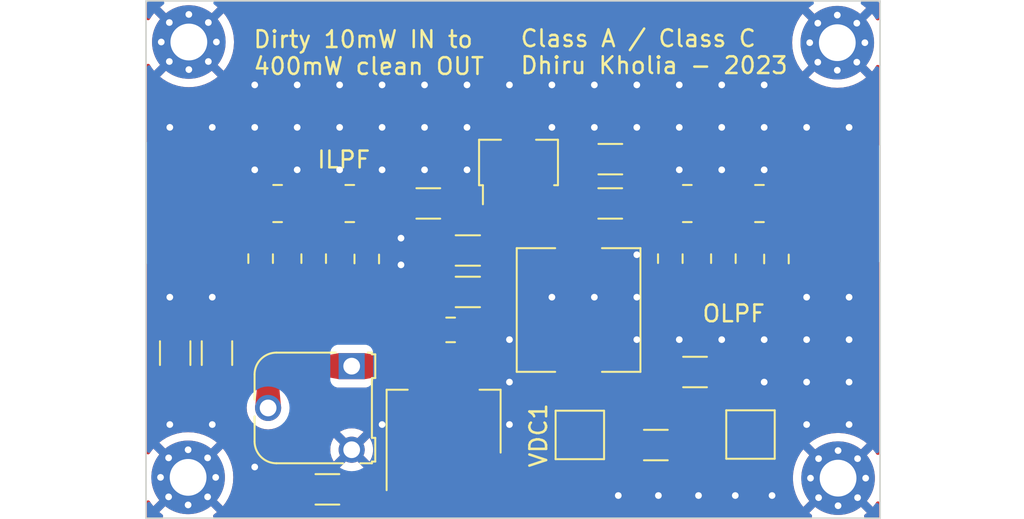
<source format=kicad_pcb>
(kicad_pcb (version 20221018) (generator pcbnew)
  (layers (0 "F.Cu" signal) (31 "B.Cu" signal) (34 "B.Paste" user) (35 "F.Paste" user) (36 "B.SilkS" user "B.Silkscreen") (37 "F.SilkS" user "F.Silkscreen") (38 "B.Mask" user) (39 "F.Mask" user) (44 "Edge.Cuts" user))
  (net 0 "")
  (net 1 "GND")
  (net 2 "Net-(SMA1-In)")
  (net 3 "Net-(C3-Pad1)")
  (net 4 "BIAS")
  (net 5 "Net-(Q1-D)")
  (net 6 "Net-(C8-Pad1)")
  (net 7 "+12V")
  (net 8 "Net-(SMA2-In)")
  (net 9 "Net-(C2-Pad1)")
  (net 10 "Net-(C6-Pad1)")
  (net 11 "+5V")
  (net 12 "Net-(C14-Pad2)")
  (footprint "Potentiometer_THT:Potentiometer_Runtron_RM-065_Vertical" (layer "F.Cu") (at 97.65 112.86 -90)
    (fp_text reference "RV1" hide)
    (fp_text value "10k" hide)
    (fp_line (start -0.81 -1.21) (end -0.81 -0.96) (stroke (width 0.12)) (layer "F.SilkS"))
    (fp_line (start -0.81 4.5) (end -0.81 0.96) (stroke (width 0.12)) (layer "F.SilkS"))
    (fp_line (start -0.71 -1.41) (end -0.71 -1.21) (stroke (width 0.12)) (layer "F.SilkS"))
    (fp_line (start -0.71 -1.41) (end 0.71 -1.41) (stroke (width 0.12)) (layer "F.SilkS"))
    (fp_line (start -0.71 -1.21) (end -0.81 -1.21) (stroke (width 0.12)) (layer "F.SilkS"))
    (fp_line (start 0.71 -1.21) (end 0.71 -1.41) (stroke (width 0.12)) (layer "F.SilkS"))
    (fp_line (start 0.71 -1.21) (end 4.29 -1.21) (stroke (width 0.12)) (layer "F.SilkS"))
    (fp_line (start 1.99 5.81) (end 0.5 5.81) (stroke (width 0.12)) (layer "F.SilkS"))
    (fp_line (start 4.29 -1.41) (end 5.71 -1.41) (stroke (width 0.12)) (layer "F.SilkS"))
    (fp_line (start 4.29 -1.21) (end 4.29 -1.41) (stroke (width 0.12)) (layer "F.SilkS"))
    (fp_line (start 4.5 5.81) (end 3.01 5.81) (stroke (width 0.12)) (layer "F.SilkS"))
    (fp_line (start 5.71 -1.41) (end 5.71 -1.21) (stroke (width 0.12)) (layer "F.SilkS"))
    (fp_line (start 5.71 -1.21) (end 5.81 -1.21) (stroke (width 0.12)) (layer "F.SilkS"))
    (fp_line (start 5.81 -1.21) (end 5.81 -0.52) (stroke (width 0.12)) (layer "F.SilkS"))
    (fp_line (start 5.81 0.52) (end 5.81 4.5) (stroke (width 0.12)) (layer "F.SilkS"))
    (fp_arc (start 0.5 5.81) (mid -0.42631 5.42631) (end -0.81 4.5) (stroke (width 0.12)) (layer "F.SilkS"))
    (fp_arc (start 5.81 4.5) (mid 5.42631 5.42631) (end 4.5 5.81) (stroke (width 0.12)) (layer "F.SilkS"))
    (pad "1" thru_hole rect (at 0 0 270) (size 1.56 1.56) (drill 1) (layers "*.Cu" "*.Mask") (net 11 "+5V"))
    (pad "2" thru_hole circle (at 2.5 5 270) (size 1.56 1.56) (drill 1) (layers "*.Cu" "*.Mask") (net 12 "Net-(C14-Pad2)"))
    (pad "3" thru_hole circle (at 5 0 270) (size 1.56 1.56) (drill 1) (layers "*.Cu" "*.Mask") (net 1 "GND"))
  )
  (footprint "Capacitor_SMD:C_0805_2012Metric_Pad1.18x1.45mm_HandSolder" (layer "F.Cu") (at 116.713 106.426 -90)
    (fp_text reference "C7" hide)
    (fp_text value "120p" hide)
    (fp_line (start -0.261252 -0.735) (end 0.261252 -0.735) (stroke (width 0.12)) (layer "F.SilkS"))
    (fp_line (start -0.261252 0.735) (end 0.261252 0.735) (stroke (width 0.12)) (layer "F.SilkS"))
    (pad "1" smd roundrect (at -1.0375 0 270) (size 1.175 1.45) (layers "F.Cu" "F.Paste" "F.Mask") (roundrect_rratio 0.2127659574) (net 10 "Net-(C6-Pad1)"))
    (pad "2" smd roundrect (at 1.0375 0 270) (size 1.175 1.45) (layers "F.Cu" "F.Paste" "F.Mask") (roundrect_rratio 0.2127659574) (net 1 "GND"))
  )
  (footprint "Resistor_SMD:R_1206_3216Metric_Pad1.30x1.75mm_HandSolder" (layer "F.Cu") (at 104.6 105.94 180)
    (fp_text reference "R1" hide)
    (fp_text value "1M" hide)
    (fp_line (start -0.727064 -0.91) (end 0.727064 -0.91) (stroke (width 0.12)) (layer "F.SilkS"))
    (fp_line (start -0.727064 0.91) (end 0.727064 0.91) (stroke (width 0.12)) (layer "F.SilkS"))
    (pad "1" smd roundrect (at -1.55 0 180) (size 1.3 1.75) (layers "F.Cu" "F.Paste" "F.Mask") (roundrect_rratio 0.1923076923) (net 4 "BIAS"))
    (pad "2" smd roundrect (at 1.55 0 180) (size 1.3 1.75) (layers "F.Cu" "F.Paste" "F.Mask") (roundrect_rratio 0.1923076923) (net 1 "GND"))
  )
  (footprint "Inductor_SMD:L_1008_2520Metric_Pad1.43x2.20mm_HandSolder" (layer "F.Cu") (at 97.536 103.13)
    (fp_text reference "L2" hide)
    (fp_text value "360n" hide)
    (fp_line (start -0.261252 -1.11) (end 0.261252 -1.11) (stroke (width 0.12)) (layer "F.SilkS"))
    (fp_line (start -0.261252 1.11) (end 0.261252 1.11) (stroke (width 0.12)) (layer "F.SilkS"))
    (pad "1" smd roundrect (at -1.1625 0) (size 1.425 2.2) (layers "F.Cu" "F.Paste" "F.Mask") (roundrect_rratio 0.1754392982) (net 9 "Net-(C2-Pad1)"))
    (pad "2" smd roundrect (at 1.1625 0) (size 1.425 2.2) (layers "F.Cu" "F.Paste" "F.Mask") (roundrect_rratio 0.1754392982) (net 3 "Net-(C3-Pad1)"))
  )
  (footprint "Inductor_SMD:L_1008_2520Metric_Pad1.43x2.20mm_HandSolder" (layer "F.Cu") (at 117.729 103.13)
    (fp_text reference "L4" hide)
    (fp_text value "360n" hide)
    (fp_line (start -0.261252 -1.11) (end 0.261252 -1.11) (stroke (width 0.12)) (layer "F.SilkS"))
    (fp_line (start -0.261252 1.11) (end 0.261252 1.11) (stroke (width 0.12)) (layer "F.SilkS"))
    (pad "1" smd roundrect (at -1.1625 0) (size 1.425 2.2) (layers "F.Cu" "F.Paste" "F.Mask") (roundrect_rratio 0.1754392982) (net 10 "Net-(C6-Pad1)"))
    (pad "2" smd roundrect (at 1.1625 0) (size 1.425 2.2) (layers "F.Cu" "F.Paste" "F.Mask") (roundrect_rratio 0.1754392982) (net 6 "Net-(C8-Pad1)"))
  )
  (footprint "TestPoint:TestPoint_Pad_2.5x2.5mm" (layer "F.Cu") (at 111.3 116.975)
    (fp_text reference "VDC1" (at -2.475 0.025 90) (layer "F.SilkS"))
    (fp_text value "Conn_01x01" hide)
    (fp_line (start -1.45 -1.45) (end 1.45 -1.45) (stroke (width 0.12)) (layer "F.SilkS"))
    (fp_line (start -1.45 1.45) (end -1.45 -1.45) (stroke (width 0.12)) (layer "F.SilkS"))
    (fp_line (start 1.45 -1.45) (end 1.45 1.45) (stroke (width 0.12)) (layer "F.SilkS"))
    (fp_line (start 1.45 1.45) (end -1.45 1.45) (stroke (width 0.12)) (layer "F.SilkS"))
    (pad "1" smd rect (at 0 0) (size 2.5 2.5) (layers "F.Cu" "F.Mask") (net 7 "+12V"))
  )
  (footprint "Capacitor_SMD:C_0805_2012Metric_Pad1.18x1.45mm_HandSolder" (layer "F.Cu") (at 92.202 106.426 -90)
    (fp_text reference "C1" hide)
    (fp_text value "120p" hide)
    (fp_line (start -0.261252 -0.735) (end 0.261252 -0.735) (stroke (width 0.12)) (layer "F.SilkS"))
    (fp_line (start -0.261252 0.735) (end 0.261252 0.735) (stroke (width 0.12)) (layer "F.SilkS"))
    (pad "1" smd roundrect (at -1.0375 0 270) (size 1.175 1.45) (layers "F.Cu" "F.Paste" "F.Mask") (roundrect_rratio 0.2127659574) (net 2 "Net-(SMA1-In)"))
    (pad "2" smd roundrect (at 1.0375 0 270) (size 1.175 1.45) (layers "F.Cu" "F.Paste" "F.Mask") (roundrect_rratio 0.2127659574) (net 1 "GND"))
  )
  (footprint "Inductor_SMD:L_7.3x7.3_H3.5" (layer "F.Cu") (at 111.225 109.5 90)
    (fp_text reference "L3" hide)
    (fp_text value "3.3uH" hide)
    (fp_line (start -3.7 -3.7) (end 3.7 -3.7) (stroke (width 0.12)) (layer "F.SilkS"))
    (fp_line (start -3.7 -1.4) (end -3.7 -3.7) (stroke (width 0.12)) (layer "F.SilkS"))
    (fp_line (start -3.7 3.7) (end -3.7 1.4) (stroke (width 0.12)) (layer "F.SilkS"))
    (fp_line (start 3.7 -3.7) (end 3.7 -1.4) (stroke (width 0.12)) (layer "F.SilkS"))
    (fp_line (start 3.7 1.4) (end 3.7 3.7) (stroke (width 0.12)) (layer "F.SilkS"))
    (fp_line (start 3.7 3.7) (end -3.7 3.7) (stroke (width 0.12)) (layer "F.SilkS"))
    (pad "1" smd rect (at -3.2 0 90) (size 1.5 2.2) (layers "F.Cu" "F.Paste" "F.Mask") (net 7 "+12V"))
    (pad "2" smd rect (at 3.2 0 90) (size 1.5 2.2) (layers "F.Cu" "F.Paste" "F.Mask") (net 5 "Net-(Q1-D)"))
  )
  (footprint "Resistor_SMD:R_1206_3216Metric_Pad1.30x1.75mm_HandSolder" (layer "F.Cu") (at 104.6 108.42)
    (fp_text reference "R2" hide)
    (fp_text value "10k" hide)
    (fp_line (start -0.727064 -0.91) (end 0.727064 -0.91) (stroke (width 0.12)) (layer "F.SilkS"))
    (fp_line (start -0.727064 0.91) (end 0.727064 0.91) (stroke (width 0.12)) (layer "F.SilkS"))
    (pad "1" smd roundrect (at -1.55 0) (size 1.3 1.75) (layers "F.Cu" "F.Paste" "F.Mask") (roundrect_rratio 0.1923076923) (net 12 "Net-(C14-Pad2)"))
    (pad "2" smd roundrect (at 1.55 0) (size 1.3 1.75) (layers "F.Cu" "F.Paste" "F.Mask") (roundrect_rratio 0.1923076923) (net 4 "BIAS"))
  )
  (footprint "Capacitor_SMD:C_1206_3216Metric_Pad1.33x1.80mm_HandSolder" (layer "F.Cu") (at 87.09 112.08 90)
    (fp_text reference "C15" hide)
    (fp_text value "100nF" hide)
    (fp_line (start -0.711252 -0.91) (end 0.711252 -0.91) (stroke (width 0.12)) (layer "F.SilkS"))
    (fp_line (start -0.711252 0.91) (end 0.711252 0.91) (stroke (width 0.12)) (layer "F.SilkS"))
    (pad "1" smd roundrect (at -1.5625 0 90) (size 1.325 1.8) (layers "F.Cu" "F.Paste" "F.Mask") (roundrect_rratio 0.1886792453) (net 1 "GND"))
    (pad "2" smd roundrect (at 1.5625 0 90) (size 1.325 1.8) (layers "F.Cu" "F.Paste" "F.Mask") (roundrect_rratio 0.1886792453) (net 12 "Net-(C14-Pad2)"))
  )
  (footprint "Package_TO_SOT_SMD:SOT-223-3_TabPin2" (layer "F.Cu") (at 103.15 116.18 90)
    (fp_text reference "U1" hide)
    (fp_text value "NCP1117ST50T3G" hide)
    (fp_line (start -4.1 -3.41) (end 1.91 -3.41) (stroke (width 0.12)) (layer "F.SilkS"))
    (fp_line (start -1.85 3.41) (end 1.91 3.41) (stroke (width 0.12)) (layer "F.SilkS"))
    (fp_line (start 1.91 -3.41) (end 1.91 -2.15) (stroke (width 0.12)) (layer "F.SilkS"))
    (fp_line (start 1.91 3.41) (end 1.91 2.15) (stroke (width 0.12)) (layer "F.SilkS"))
    (pad "1" smd rect (at -3.15 -2.3 90) (size 2 1.5) (layers "F.Cu" "F.Paste" "F.Mask") (net 1 "GND"))
    (pad "2" smd rect (at -3.15 0 90) (size 2 1.5) (layers "F.Cu" "F.Paste" "F.Mask") (net 11 "+5V"))
    (pad "2" smd rect (at 3.15 0 90) (size 2 3.8) (layers "F.Cu" "F.Paste" "F.Mask") (net 11 "+5V"))
    (pad "3" smd rect (at -3.15 2.3 90) (size 2 1.5) (layers "F.Cu" "F.Paste" "F.Mask") (net 7 "+12V"))
  )
  (footprint "Capacitor_SMD:C_1206_3216Metric_Pad1.33x1.80mm_HandSolder" (layer "F.Cu") (at 102.235 103.124)
    (fp_text reference "C4" hide)
    (fp_text value "10n" hide)
    (fp_line (start -0.711252 -0.91) (end 0.711252 -0.91) (stroke (width 0.12)) (layer "F.SilkS"))
    (fp_line (start -0.711252 0.91) (end 0.711252 0.91) (stroke (width 0.12)) (layer "F.SilkS"))
    (pad "1" smd roundrect (at -1.5625 0) (size 1.325 1.8) (layers "F.Cu" "F.Paste" "F.Mask") (roundrect_rratio 0.1886792453) (net 3 "Net-(C3-Pad1)"))
    (pad "2" smd roundrect (at 1.5625 0) (size 1.325 1.8) (layers "F.Cu" "F.Paste" "F.Mask") (roundrect_rratio 0.1886792453) (net 4 "BIAS"))
  )
  (footprint "footprints:SMA_EDGELAUNCH_Modded" (layer "F.Cu") (at 128.5748 103.1494 180)
    (fp_text reference "SMA2" hide)
    (fp_text value "SMA")
    (pad "1" smd rect (at 2.032 0 270) (size 1.27 4.064) (layers "F.Cu" "F.Mask") (net 8 "Net-(SMA2-In)"))
    (pad "2" smd rect (at 2.032 -2.54 270) (size 1.524 4.064) (layers "F.Cu" "F.Mask") (net 1 "GND"))
    (pad "2" smd rect (at 2.032 2.54 270) (size 1.524 4.064) (layers "F.Cu" "F.Mask") (net 1 "GND"))
  )
  (footprint "footprints:SMA_EDGELAUNCH_Modded" (layer "F.Cu") (at 85.918 103.09)
    (fp_text reference "SMA1" hide)
    (fp_text value "SMA")
    (pad "1" smd rect (at 2.032 0 90) (size 1.27 4.064) (layers "F.Cu" "F.Mask") (net 2 "Net-(SMA1-In)"))
    (pad "2" smd rect (at 2.032 -2.54 90) (size 1.524 4.064) (layers "F.Cu" "F.Mask") (net 1 "GND"))
    (pad "2" smd rect (at 2.032 2.54 90) (size 1.524 4.064) (layers "F.Cu" "F.Mask") (net 1 "GND"))
  )
  (footprint "Capacitor_SMD:C_0805_2012Metric_Pad1.18x1.45mm_HandSolder" (layer "F.Cu") (at 98.552 106.4475 -90)
    (fp_text reference "C3" hide)
    (fp_text value "120p" hide)
    (fp_line (start -0.261252 -0.735) (end 0.261252 -0.735) (stroke (width 0.12)) (layer "F.SilkS"))
    (fp_line (start -0.261252 0.735) (end 0.261252 0.735) (stroke (width 0.12)) (layer "F.SilkS"))
    (pad "1" smd roundrect (at -1.0375 0 270) (size 1.175 1.45) (layers "F.Cu" "F.Paste" "F.Mask") (roundrect_rratio 0.2127659574) (net 3 "Net-(C3-Pad1)"))
    (pad "2" smd roundrect (at 1.0375 0 270) (size 1.175 1.45) (layers "F.Cu" "F.Paste" "F.Mask") (roundrect_rratio 0.2127659574) (net 1 "GND"))
  )
  (footprint "Capacitor_SMD:C_1206_3216Metric_Pad1.33x1.80mm_HandSolder" (layer "F.Cu") (at 96.1975 120.23)
    (fp_text reference "C10" hide)
    (fp_text value "10uF/16V" hide)
    (fp_line (start -0.711252 -0.91) (end 0.711252 -0.91) (stroke (width 0.12)) (layer "F.SilkS"))
    (fp_line (start -0.711252 0.91) (end 0.711252 0.91) (stroke (width 0.12)) (layer "F.SilkS"))
    (pad "1" smd roundrect (at -1.5625 0) (size 1.325 1.8) (layers "F.Cu" "F.Paste" "F.Mask") (roundrect_rratio 0.1886792453) (net 11 "+5V"))
    (pad "2" smd roundrect (at 1.5625 0) (size 1.325 1.8) (layers "F.Cu" "F.Paste" "F.Mask") (roundrect_rratio 0.1886792453) (net 1 "GND"))
  )
  (footprint "Capacitor_SMD:C_0805_2012Metric_Pad1.18x1.45mm_HandSolder" (layer "F.Cu") (at 103.57 110.69)
    (fp_text reference "C11" hide)
    (fp_text value "100nF" hide)
    (fp_line (start -0.261252 -0.735) (end 0.261252 -0.735) (stroke (width 0.12)) (layer "F.SilkS"))
    (fp_line (start -0.261252 0.735) (end 0.261252 0.735) (stroke (width 0.12)) (layer "F.SilkS"))
    (pad "1" smd roundrect (at -1.0375 0) (size 1.175 1.45) (layers "F.Cu" "F.Paste" "F.Mask") (roundrect_rratio 0.2127659574) (net 11 "+5V"))
    (pad "2" smd roundrect (at 1.0375 0) (size 1.175 1.45) (layers "F.Cu" "F.Paste" "F.Mask") (roundrect_rratio 0.2127659574) (net 1 "GND"))
  )
  (footprint "Capacitor_SMD:C_0805_2012Metric_Pad1.18x1.45mm_HandSolder" (layer "F.Cu") (at 119.888 106.426 -90)
    (fp_text reference "C8" hide)
    (fp_text value "200p" hide)
    (fp_line (start -0.261252 -0.735) (end 0.261252 -0.735) (stroke (width 0.12)) (layer "F.SilkS"))
    (fp_line (start -0.261252 0.735) (end 0.261252 0.735) (stroke (width 0.12)) (layer "F.SilkS"))
    (pad "1" smd roundrect (at -1.0375 0 270) (size 1.175 1.45) (layers "F.Cu" "F.Paste" "F.Mask") (roundrect_rratio 0.2127659574) (net 6 "Net-(C8-Pad1)"))
    (pad "2" smd roundrect (at 1.0375 0 270) (size 1.175 1.45) (layers "F.Cu" "F.Paste" "F.Mask") (roundrect_rratio 0.2127659574) (net 1 "GND"))
  )
  (footprint "MountingHole:MountingHole_2.2mm_M2_Pad_Via" (layer "F.Cu") (at 87.906726 93.466726)
    (fp_text reference "H1" hide)
    (fp_text value "MountingHole_Pad" hide)
    (pad "1" thru_hole circle (at -1.65 0) (size 0.7 0.7) (drill 0.4) (layers "*.Cu" "*.Mask") (net 1 "GND"))
    (pad "1" thru_hole circle (at -1.166726 -1.166726) (size 0.7 0.7) (drill 0.4) (layers "*.Cu" "*.Mask") (net 1 "GND"))
    (pad "1" thru_hole circle (at -1.166726 1.166726) (size 0.7 0.7) (drill 0.4) (layers "*.Cu" "*.Mask") (net 1 "GND"))
    (pad "1" thru_hole circle (at 0 -1.65) (size 0.7 0.7) (drill 0.4) (layers "*.Cu" "*.Mask") (net 1 "GND"))
    (pad "1" thru_hole circle (at 0 0) (size 4.4 4.4) (drill 2.2) (layers "*.Cu" "*.Mask") (net 1 "GND"))
    (pad "1" thru_hole circle (at 0 1.65) (size 0.7 0.7) (drill 0.4) (layers "*.Cu" "*.Mask") (net 1 "GND"))
    (pad "1" thru_hole circle (at 1.166726 -1.166726) (size 0.7 0.7) (drill 0.4) (layers "*.Cu" "*.Mask") (net 1 "GND"))
    (pad "1" thru_hole circle (at 1.166726 1.166726) (size 0.7 0.7) (drill 0.4) (layers "*.Cu" "*.Mask") (net 1 "GND"))
    (pad "1" thru_hole circle (at 1.65 0) (size 0.7 0.7) (drill 0.4) (layers "*.Cu" "*.Mask") (net 1 "GND"))
  )
  (footprint "Capacitor_SMD:C_1206_3216Metric_Pad1.33x1.80mm_HandSolder" (layer "F.Cu") (at 113.1185 103.124 180)
    (fp_text reference "C6" hide)
    (fp_text value "100nF" hide)
    (fp_line (start -0.711252 -0.91) (end 0.711252 -0.91) (stroke (width 0.12)) (layer "F.SilkS"))
    (fp_line (start -0.711252 0.91) (end 0.711252 0.91) (stroke (width 0.12)) (layer "F.SilkS"))
    (pad "1" smd roundrect (at -1.5625 0 180) (size 1.325 1.8) (layers "F.Cu" "F.Paste" "F.Mask") (roundrect_rratio 0.1886792453) (net 10 "Net-(C6-Pad1)"))
    (pad "2" smd roundrect (at 1.5625 0 180) (size 1.325 1.8) (layers "F.Cu" "F.Paste" "F.Mask") (roundrect_rratio 0.1886792453) (net 5 "Net-(Q1-D)"))
  )
  (footprint "Package_TO_SOT_SMD:SOT-89-3_Handsoldering" (layer "F.Cu") (at 107.631 100.974 90)
    (fp_text reference "Q1" hide)
    (fp_text value "2SK3475" hide)
    (fp_line (start -2.2 -2.13) (end -1.06 -2.13) (stroke (width 0.12)) (layer "F.SilkS"))
    (fp_line (start -1.06 -2.36) (end -1.06 -2.13) (stroke (width 0.12)) (layer "F.SilkS"))
    (fp_line (start -1.06 -2.36) (end 1.66 -2.36) (stroke (width 0.12)) (layer "F.SilkS"))
    (fp_line (start -1.06 2.36) (end -1.06 2.13) (stroke (width 0.12)) (layer "F.SilkS"))
    (fp_line (start 1.66 -2.36) (end 1.66 -1.05) (stroke (width 0.12)) (layer "F.SilkS"))
    (fp_line (start 1.66 1.05) (end 1.66 2.36) (stroke (width 0.12)) (layer "F.SilkS"))
    (fp_line (start 1.66 2.36) (end -1.06 2.36) (stroke (width 0.12)) (layer "F.SilkS"))
    (pad "1" smd rect (at -2.15 -1.5 90) (size 2.3 0.9) (layers "F.Cu" "F.Paste" "F.Mask") (net 4 "BIAS"))
    (pad "2" smd custom (at -2.0625 0 90) (size 2.475 0.9) (layers "F.Cu" "F.Paste" "F.Mask") (net 1 "GND") (options (clearance outline) (anchor rect)) (primitives (gr_poly (pts (xy 5.3625 0.8665) (xy 1.2375 0.8665) (xy 1.2375 -0.8665) (xy 5.3625 -0.8665)) (width 0) (fill yes))))
    (pad "3" smd rect (at -2.15 1.5 90) (size 2.3 0.9) (layers "F.Cu" "F.Paste" "F.Mask") (net 5 "Net-(Q1-D)"))
  )
  (footprint "TestPoint:TestPoint_Pad_2.5x2.5mm" (layer "F.Cu") (at 121.51 116.95)
    (fp_text reference "GND1" hide)
    (fp_text value "Conn_01x01" hide)
    (fp_line (start -1.45 -1.45) (end 1.45 -1.45) (stroke (width 0.12)) (layer "F.SilkS"))
    (fp_line (start -1.45 1.45) (end -1.45 -1.45) (stroke (width 0.12)) (layer "F.SilkS"))
    (fp_line (start 1.45 -1.45) (end 1.45 1.45) (stroke (width 0.12)) (layer "F.SilkS"))
    (fp_line (start 1.45 1.45) (end -1.45 1.45) (stroke (width 0.12)) (layer "F.SilkS"))
    (pad "1" smd rect (at 0 0) (size 2.5 2.5) (layers "F.Cu" "F.Mask") (net 1 "GND"))
  )
  (footprint "Capacitor_SMD:C_0805_2012Metric_Pad1.18x1.45mm_HandSolder" (layer "F.Cu") (at 95.377 106.426 -90)
    (fp_text reference "C2" hide)
    (fp_text value "200p" hide)
    (fp_line (start -0.261252 -0.735) (end 0.261252 -0.735) (stroke (width 0.12)) (layer "F.SilkS"))
    (fp_line (start -0.261252 0.735) (end 0.261252 0.735) (stroke (width 0.12)) (layer "F.SilkS"))
    (pad "1" smd roundrect (at -1.0375 0 270) (size 1.175 1.45) (layers "F.Cu" "F.Paste" "F.Mask") (roundrect_rratio 0.2127659574) (net 9 "Net-(C2-Pad1)"))
    (pad "2" smd roundrect (at 1.0375 0 270) (size 1.175 1.45) (layers "F.Cu" "F.Paste" "F.Mask") (roundrect_rratio 0.2127659574) (net 1 "GND"))
  )
  (footprint "Capacitor_SMD:C_1206_3216Metric_Pad1.33x1.80mm_HandSolder" (layer "F.Cu") (at 113.125 100.475)
    (fp_text reference "C5" hide)
    (fp_text value "100pF" hide)
    (fp_line (start -0.711252 -0.91) (end 0.711252 -0.91) (stroke (width 0.12)) (layer "F.SilkS"))
    (fp_line (start -0.711252 0.91) (end 0.711252 0.91) (stroke (width 0.12)) (layer "F.SilkS"))
    (pad "1" smd roundrect (at -1.5625 0) (size 1.325 1.8) (layers "F.Cu" "F.Paste" "F.Mask") (roundrect_rratio 0.1886792453) (net 5 "Net-(Q1-D)"))
    (pad "2" smd roundrect (at 1.5625 0) (size 1.325 1.8) (layers "F.Cu" "F.Paste" "F.Mask") (roundrect_rratio 0.1886792453) (net 1 "GND"))
  )
  (footprint "Inductor_SMD:L_1008_2520Metric_Pad1.43x2.20mm_HandSolder" (layer "F.Cu") (at 93.218 103.13)
    (fp_text reference "L1" hide)
    (fp_text value "360n" hide)
    (fp_line (start -0.261252 -1.11) (end 0.261252 -1.11) (stroke (width 0.12)) (layer "F.SilkS"))
    (fp_line (start -0.261252 1.11) (end 0.261252 1.11) (stroke (width 0.12)) (layer "F.SilkS"))
    (pad "1" smd roundrect (at -1.1625 0) (size 1.425 2.2) (layers "F.Cu" "F.Paste" "F.Mask") (roundrect_rratio 0.1754392982) (net 2 "Net-(SMA1-In)"))
    (pad "2" smd roundrect (at 1.1625 0) (size 1.425 2.2) (layers "F.Cu" "F.Paste" "F.Mask") (roundrect_rratio 0.1754392982) (net 9 "Net-(C2-Pad1)"))
  )
  (footprint "Capacitor_SMD:C_1206_3216Metric_Pad1.33x1.80mm_HandSolder" (layer "F.Cu") (at 115.8475 117.58)
    (fp_text reference "C12" hide)
    (fp_text value "100nF" hide)
    (fp_line (start -0.711252 -0.91) (end 0.711252 -0.91) (stroke (width 0.12)) (layer "F.SilkS"))
    (fp_line (start -0.711252 0.91) (end 0.711252 0.91) (stroke (width 0.12)) (layer "F.SilkS"))
    (pad "1" smd roundrect (at -1.5625 0) (size 1.325 1.8) (layers "F.Cu" "F.Paste" "F.Mask") (roundrect_rratio 0.1886792453) (net 7 "+12V"))
    (pad "2" smd roundrect (at 1.5625 0) (size 1.325 1.8) (layers "F.Cu" "F.Paste" "F.Mask") (roundrect_rratio 0.1886792453) (net 1 "GND"))
  )
  (footprint "MountingHole:MountingHole_2.2mm_M2_Pad_Via" (layer "F.Cu") (at 126.703274 93.506726)
    (fp_text reference "H2" hide)
    (fp_text value "MountingHole_Pad" hide)
    (pad "1" thru_hole circle (at -1.65 0) (size 0.7 0.7) (drill 0.4) (layers "*.Cu" "*.Mask") (net 1 "GND"))
    (pad "1" thru_hole circle (at -1.166726 -1.166726) (size 0.7 0.7) (drill 0.4) (layers "*.Cu" "*.Mask") (net 1 "GND"))
    (pad "1" thru_hole circle (at -1.166726 1.166726) (size 0.7 0.7) (drill 0.4) (layers "*.Cu" "*.Mask") (net 1 "GND"))
    (pad "1" thru_hole circle (at 0 -1.65) (size 0.7 0.7) (drill 0.4) (layers "*.Cu" "*.Mask") (net 1 "GND"))
    (pad "1" thru_hole circle (at 0 0) (size 4.4 4.4) (drill 2.2) (layers "*.Cu" "*.Mask") (net 1 "GND"))
    (pad "1" thru_hole circle (at 0 1.65) (size 0.7 0.7) (drill 0.4) (layers "*.Cu" "*.Mask") (net 1 "GND"))
    (pad "1" thru_hole circle (at 1.166726 -1.166726) (size 0.7 0.7) (drill 0.4) (layers "*.Cu" "*.Mask") (net 1 "GND"))
    (pad "1" thru_hole circle (at 1.166726 1.166726) (size 0.7 0.7) (drill 0.4) (layers "*.Cu" "*.Mask") (net 1 "GND"))
    (pad "1" thru_hole circle (at 1.65 0) (size 0.7 0.7) (drill 0.4) (layers "*.Cu" "*.Mask") (net 1 "GND"))
  )
  (footprint "Capacitor_SMD:C_0805_2012Metric_Pad1.18x1.45mm_HandSolder" (layer "F.Cu") (at 123.063 106.4475 -90)
    (fp_text reference "C9" hide)
    (fp_text value "120p" hide)
    (fp_line (start -0.261252 -0.735) (end 0.261252 -0.735) (stroke (width 0.12)) (layer "F.SilkS"))
    (fp_line (start -0.261252 0.735) (end 0.261252 0.735) (stroke (width 0.12)) (layer "F.SilkS"))
    (pad "1" smd roundrect (at -1.0375 0 270) (size 1.175 1.45) (layers "F.Cu" "F.Paste" "F.Mask") (roundrect_rratio 0.2127659574) (net 8 "Net-(SMA2-In)"))
    (pad "2" smd roundrect (at 1.0375 0 270) (size 1.175 1.45) (layers "F.Cu" "F.Paste" "F.Mask") (roundrect_rratio 0.2127659574) (net 1 "GND"))
  )
  (footprint "MountingHole:MountingHole_2.2mm_M2_Pad_Via" (layer "F.Cu") (at 87.863274 119.513274)
    (fp_text reference "H3" hide)
    (fp_text value "MountingHole_Pad" hide)
    (pad "1" thru_hole circle (at -1.65 0) (size 0.7 0.7) (drill 0.4) (layers "*.Cu" "*.Mask") (net 1 "GND"))
    (pad "1" thru_hole circle (at -1.166726 -1.166726) (size 0.7 0.7) (drill 0.4) (layers "*.Cu" "*.Mask") (net 1 "GND"))
    (pad "1" thru_hole circle (at -1.166726 1.166726) (size 0.7 0.7) (drill 0.4) (layers "*.Cu" "*.Mask") (net 1 "GND"))
    (pad "1" thru_hole circle (at 0 -1.65) (size 0.7 0.7) (drill 0.4) (layers "*.Cu" "*.Mask") (net 1 "GND"))
    (pad "1" thru_hole circle (at 0 0) (size 4.4 4.4) (drill 2.2) (layers "*.Cu" "*.Mask") (net 1 "GND"))
    (pad "1" thru_hole circle (at 0 1.65) (size 0.7 0.7) (drill 0.4) (layers "*.Cu" "*.Mask") (net 1 "GND"))
    (pad "1" thru_hole circle (at 1.166726 -1.166726) (size 0.7 0.7) (drill 0.4) (layers "*.Cu" "*.Mask") (net 1 "GND"))
    (pad "1" thru_hole circle (at 1.166726 1.166726) (size 0.7 0.7) (drill 0.4) (layers "*.Cu" "*.Mask") (net 1 "GND"))
    (pad "1" thru_hole circle (at 1.65 0) (size 0.7 0.7) (drill 0.4) (layers "*.Cu" "*.Mask") (net 1 "GND"))
  )
  (footprint "Inductor_SMD:L_1008_2520Metric_Pad1.43x2.20mm_HandSolder" (layer "F.Cu") (at 122.047 103.13)
    (fp_text reference "L5" hide)
    (fp_text value "360n" hide)
    (fp_line (start -0.261252 -1.11) (end 0.261252 -1.11) (stroke (width 0.12)) (layer "F.SilkS"))
    (fp_line (start -0.261252 1.11) (end 0.261252 1.11) (stroke (width 0.12)) (layer "F.SilkS"))
    (pad "1" smd roundrect (at -1.1625 0) (size 1.425 2.2) (layers "F.Cu" "F.Paste" "F.Mask") (roundrect_rratio 0.1754392982) (net 6 "Net-(C8-Pad1)"))
    (pad "2" smd roundrect (at 1.1625 0) (size 1.425 2.2) (layers "F.Cu" "F.Paste" "F.Mask") (roundrect_rratio 0.1754392982) (net 8 "Net-(SMA2-In)"))
  )
  (footprint "Capacitor_SMD:C_1206_3216Metric_Pad1.33x1.80mm_HandSolder" (layer "F.Cu") (at 118.1925 113.21)
    (fp_text reference "C13" hide)
    (fp_text value "10uF/50V" hide)
    (fp_line (start -0.711252 -0.91) (end 0.711252 -0.91) (stroke (width 0.12)) (layer "F.SilkS"))
    (fp_line (start -0.711252 0.91) (end 0.711252 0.91) (stroke (width 0.12)) (layer "F.SilkS"))
    (pad "1" smd roundrect (at -1.5625 0) (size 1.325 1.8) (layers "F.Cu" "F.Paste" "F.Mask") (roundrect_rratio 0.1886792453) (net 7 "+12V"))
    (pad "2" smd roundrect (at 1.5625 0) (size 1.325 1.8) (layers "F.Cu" "F.Paste" "F.Mask") (roundrect_rratio 0.1886792453) (net 1 "GND"))
  )
  (footprint "Capacitor_SMD:C_1206_3216Metric_Pad1.33x1.80mm_HandSolder" (layer "F.Cu") (at 89.59 112.08 90)
    (fp_text reference "C14" hide)
    (fp_text value "10nF" hide)
    (fp_line (start -0.711252 -0.91) (end 0.711252 -0.91) (stroke (width 0.12)) (layer "F.SilkS"))
    (fp_line (start -0.711252 0.91) (end 0.711252 0.91) (stroke (width 0.12)) (layer "F.SilkS"))
    (pad "1" smd roundrect (at -1.5625 0 90) (size 1.325 1.8) (layers "F.Cu" "F.Paste" "F.Mask") (roundrect_rratio 0.1886792453) (net 1 "GND"))
    (pad "2" smd roundrect (at 1.5625 0 90) (size 1.325 1.8) (layers "F.Cu" "F.Paste" "F.Mask") (roundrect_rratio 0.1886792453) (net 12 "Net-(C14-Pad2)"))
  )
  (footprint "MountingHole:MountingHole_2.2mm_M2_Pad_Via" (layer "F.Cu") (at 126.75 119.56)
    (fp_text reference "H4" hide)
    (fp_text value "MountingHole_Pad" hide)
    (pad "1" thru_hole circle (at -1.65 0) (size 0.7 0.7) (drill 0.4) (layers "*.Cu" "*.Mask") (net 1 "GND"))
    (pad "1" thru_hole circle (at -1.166726 -1.166726) (size 0.7 0.7) (drill 0.4) (layers "*.Cu" "*.Mask") (net 1 "GND"))
    (pad "1" thru_hole circle (at -1.166726 1.166726) (size 0.7 0.7) (drill 0.4) (layers "*.Cu" "*.Mask") (net 1 "GND"))
    (pad "1" thru_hole circle (at 0 -1.65) (size 0.7 0.7) (drill 0.4) (layers "*.Cu" "*.Mask") (net 1 "GND"))
    (pad "1" thru_hole circle (at 0 0) (size 4.4 4.4) (drill 2.2) (layers "*.Cu" "*.Mask") (net 1 "GND"))
    (pad "1" thru_hole circle (at 0 1.65) (size 0.7 0.7) (drill 0.4) (layers "*.Cu" "*.Mask") (net 1 "GND"))
    (pad "1" thru_hole circle (at 1.166726 -1.166726) (size 0.7 0.7) (drill 0.4) (layers "*.Cu" "*.Mask") (net 1 "GND"))
    (pad "1" thru_hole circle (at 1.166726 1.166726) (size 0.7 0.7) (drill 0.4) (layers "*.Cu" "*.Mask") (net 1 "GND"))
    (pad "1" thru_hole circle (at 1.65 0) (size 0.7 0.7) (drill 0.4) (layers "*.Cu" "*.Mask") (net 1 "GND"))
  )
  (gr_rect (start 85.344 91.003) (end 129.2606 121.958) (stroke (width 0.1)) (fill none) (layer "Edge.Cuts"))
  (gr_text "OLPF" (at 118.55 110.3) (layer "F.SilkS") (effects (font (size 1 1)) (justify left bottom)))
  (gr_text "Dirty 10mW IN to \n400mW clean OUT" (at 91.694 95.504) (layer "F.SilkS") (effects (font (size 1 1)) (justify left bottom)))
  (gr_text "Class A / Class C\nDhiru Kholia - 2023" (at 107.67 95.45) (layer "F.SilkS") (effects (font (size 1 1)) (justify left bottom)))
  (gr_text "ILPF" (at 95.504 101.092) (layer "F.SilkS") (effects (font (size 1 1)) (justify left bottom)))
  (segment (start 103.82 105.927) (end 103.811 105.918) (width 1.27) (layer "F.Cu") (net 1))
  (via (at 122.8 120.6) (size 0.8) (drill 0.4) (layers "F.Cu" "B.Cu") (net 1))
  (via (at 104.5489 98.573) (size 0.8) (drill 0.4) (layers "F.Cu" "B.Cu") (net 1))
  (via (at 109.6289 96.033) (size 0.8) (drill 0.4) (layers "F.Cu" "B.Cu") (net 1))
  (via (at 127.4089 98.573) (size 0.8) (drill 0.4) (layers "F.Cu" "B.Cu") (net 1))
  (via (at 89.3089 108.733) (size 0.8) (drill 0.4) (layers "F.Cu" "B.Cu") (net 1))
  (via (at 122.3289 113.813) (size 0.8) (drill 0.4) (layers "F.Cu" "B.Cu") (net 1))
  (via (at 91.8489 101.113) (size 0.8) (drill 0.4) (layers "F.Cu" "B.Cu") (net 1))
  (via (at 89.3089 116.353) (size 0.8) (drill 0.4) (layers "F.Cu" "B.Cu") (net 1))
  (via (at 112.1689 98.573) (size 0.8) (drill 0.4) (layers "F.Cu" "B.Cu") (net 1))
  (via (at 102.0089 98.573) (size 0.8) (drill 0.4) (layers "F.Cu" "B.Cu") (net 1))
  (via (at 102.0089 96.033) (size 0.8) (drill 0.4) (layers "F.Cu" "B.Cu") (net 1))
  (via (at 114.7089 108.733) (size 0.8) (drill 0.4) (layers "F.Cu" "B.Cu") (net 1))
  (via (at 86.7689 116.353) (size 0.8) (drill 0.4) (layers "F.Cu" "B.Cu") (net 1))
  (via (at 99.4689 98.573) (size 0.8) (drill 0.4) (layers "F.Cu" "B.Cu") (net 1))
  (via (at 119.7889 98.573) (size 0.8) (drill 0.4) (layers "F.Cu" "B.Cu") (net 1))
  (via (at 117.2489 101.113) (size 0.8) (drill 0.4) (layers "F.Cu" "B.Cu") (net 1))
  (via (at 122.3289 98.573) (size 0.8) (drill 0.4) (layers "F.Cu" "B.Cu") (net 1))
  (via (at 91.8489 98.573) (size 0.8) (drill 0.4) (layers "F.Cu" "B.Cu") (net 1))
  (via (at 96.9289 101.113) (size 0.8) (drill 0.4) (layers "F.Cu" "B.Cu") (net 1))
  (via (at 107.0889 111.273) (size 0.8) (drill 0.4) (layers "F.Cu" "B.Cu") (net 1))
  (via (at 117.2489 111.273) (size 0.8) (drill 0.4) (layers "F.Cu" "B.Cu") (net 1))
  (via (at 116 120.6) (size 0.8) (drill 0.4) (layers "F.Cu" "B.Cu") (net 1))
  (via (at 104.5489 101.113) (size 0.8) (drill 0.4) (layers "F.Cu" "B.Cu") (net 1))
  (via (at 99.4689 101.113) (size 0.8) (drill 0.4) (layers "F.Cu" "B.Cu") (net 1))
  (via (at 114.7089 111.273) (size 0.8) (drill 0.4) (layers "F.Cu" "B.Cu") (net 1))
  (via (at 127.4089 108.733) (size 0.8) (drill 0.4) (layers "F.Cu" "B.Cu") (net 1))
  (via (at 89.3089 98.573) (size 0.8) (drill 0.4) (layers "F.Cu" "B.Cu") (net 1))
  (via (at 91.8489 96.033) (size 0.8) (drill 0.4) (layers "F.Cu" "B.Cu") (net 1))
  (via (at 109.6289 98.573) (size 0.8) (drill 0.4) (layers "F.Cu" "B.Cu") (net 1))
  (via (at 122.3289 111.273) (size 0.8) (drill 0.4) (layers "F.Cu" "B.Cu") (net 1))
  (via (at 119.7889 96.033) (size 0.8) (drill 0.4) (layers "F.Cu" "B.Cu") (net 1))
  (via (at 96.9289 98.573) (size 0.8) (drill 0.4) (layers "F.Cu" "B.Cu") (net 1))
  (via (at 124.8689 98.573) (size 0.8) (drill 0.4) (layers "F.Cu" "B.Cu") (net 1))
  (via (at 124.8689 116.353) (size 0.8) (drill 0.4) (layers "F.Cu" "B.Cu") (net 1))
  (via (at 114.7089 98.573) (size 0.8) (drill 0.4) (layers "F.Cu" "B.Cu") (net 1))
  (via (at 112.1689 96.033) (size 0.8) (drill 0.4) (layers "F.Cu" "B.Cu") (net 1))
  (via (at 86.7689 98.573) (size 0.8) (drill 0.4) (layers "F.Cu" "B.Cu") (net 1))
  (via (at 109.6289 108.733) (size 0.8) (drill 0.4) (layers "F.Cu" "B.Cu") (net 1))
  (via (at 94.3889 101.113) (size 0.8) (drill 0.4) (layers "F.Cu" "B.Cu") (net 1))
  (via (at 120.6 120.6) (size 0.8) (drill 0.4) (layers "F.Cu" "B.Cu") (net 1))
  (via (at 102.0089 101.113) (size 0.8) (drill 0.4) (layers "F.Cu" "B.Cu") (net 1))
  (via (at 107.0889 96.033) (size 0.8) (drill 0.4) (layers "F.Cu" "B.Cu") (net 1))
  (via (at 114.7089 96.033) (size 0.8) (drill 0.4) (layers "F.Cu" "B.Cu") (net 1))
  (via (at 99.4689 116.353) (size 0.8) (drill 0.4) (layers "F.Cu" "B.Cu") (net 1))
  (via (at 96.9289 96.033) (size 0.8) (drill 0.4) (layers "F.Cu" "B.Cu") (net 1))
  (via (at 117.2489 98.573) (size 0.8) (drill 0.4) (layers "F.Cu" "B.Cu") (net 1))
  (via (at 107.0889 113.813) (size 0.8) (drill 0.4) (layers "F.Cu" "B.Cu") (net 1))
  (via (at 94.3889 98.573) (size 0.8) (drill 0.4) (layers "F.Cu" "B.Cu") (net 1))
  (via (at 100.6 105.2) (size 0.8) (drill 0.4) (layers "F.Cu" "B.Cu") (net 1))
  (via (at 100.6 106.8) (size 0.8) (drill 0.4) (layers "F.Cu" "B.Cu") (net 1))
  (via (at 118.4 120.6) (size 0.8) (drill 0.4) (layers "F.Cu" "B.Cu") (net 1))
  (via (at 113.6 120.6) (size 0.8) (drill 0.4) (layers "F.Cu" "B.Cu") (net 1))
  (via (at 127.4089 113.813) (size 0.8) (drill 0.4) (layers "F.Cu" "B.Cu") (net 1))
  (via (at 99.4689 96.033) (size 0.8) (drill 0.4) (layers "F.Cu" "B.Cu") (net 1))
  (via (at 91.8489 118.893) (size 0.8) (drill 0.4) (layers "F.Cu" "B.Cu") (net 1))
  (via (at 122.3289 96.033) (size 0.8) (drill 0.4) (layers "F.Cu" "B.Cu") (net 1))
  (via (at 112.1689 108.733) (size 0.8) (drill 0.4) (layers "F.Cu" "B.Cu") (net 1))
  (via (at 124.8689 108.733) (size 0.8) (drill 0.4) (layers "F.Cu" "B.Cu") (net 1))
  (via (at 124.8689 111.273) (size 0.8) (drill 0.4) (layers "F.Cu" "B.Cu") (net 1))
  (via (at 94.3889 96.033) (size 0.8) (drill 0.4) (layers "F.Cu" "B.Cu") (net 1))
  (via (at 124.8689 113.813) (size 0.8) (drill 0.4) (layers "F.Cu" "B.Cu") (net 1))
  (via (at 122.3289 101.113) (size 0.8) (drill 0.4) (layers "F.Cu" "B.Cu") (net 1))
  (via (at 114.7089 106.193) (size 0.8) (drill 0.4) (layers "F.Cu" "B.Cu") (net 1))
  (via (at 119.7889 111.273) (size 0.8) (drill 0.4) (layers "F.Cu" "B.Cu") (net 1))
  (via (at 107.0889 116.353) (size 0.8) (drill 0.4) (layers "F.Cu" "B.Cu") (net 1))
  (via (at 117.2489 96.033) (size 0.8) (drill 0.4) (layers "F.Cu" "B.Cu") (net 1))
  (via (at 119.7889 101.113) (size 0.8) (drill 0.4) (layers "F.Cu" "B.Cu") (net 1))
  (via (at 127.4089 111.273) (size 0.8) (drill 0.4) (layers "F.Cu" "B.Cu") (net 1))
  (via (at 104.5489 96.033) (size 0.8) (drill 0.4) (layers "F.Cu" "B.Cu") (net 1))
  (via (at 86.7689 108.733) (size 0.8) (drill 0.4) (layers "F.Cu" "B.Cu") (net 1))
  (via (at 127.4089 116.353) (size 0.8) (drill 0.4) (layers "F.Cu" "B.Cu") (net 1))
  (segment (start 92.202 105.3885) (end 92.202 103.139) (width 1.27) (layer "F.Cu") (net 2))
  (segment (start 92.187 103.124) (end 92.193 103.13) (width 1.27) (layer "F.Cu") (net 2))
  (segment (start 92.202 103.139) (end 92.193 103.13) (width 1.27) (layer "F.Cu") (net 2))
  (segment (start 88.392 103.124) (end 92.187 103.124) (width 1.27) (layer "F.Cu") (net 2))
  (segment (start 98.552 105.41) (end 98.552 103.139) (width 1.27) (layer "F.Cu") (net 3))
  (segment (start 98.561 103.13) (end 100.6665 103.13) (width 1.27) (layer "F.Cu") (net 3))
  (segment (start 98.552 103.139) (end 98.561 103.13) (width 1.27) (layer "F.Cu") (net 3))
  (segment (start 106.15 104.81) (end 106.15 108.72) (width 1.27) (layer "F.Cu") (net 4))
  (segment (start 103.7975 103.124) (end 106.131 103.124) (width 1) (layer "F.Cu") (net 4))
  (segment (start 106.15 104.81) (end 106.15 103.143) (width 1.27) (layer "F.Cu") (net 4))
  (segment (start 106.15 106.15) (end 106.15 104.81) (width 1.27) (layer "F.Cu") (net 4))
  (segment (start 106.15 103.143) (end 106.131 103.124) (width 1.27) (layer "F.Cu") (net 4))
  (segment (start 109.131 106.106) (end 109.325 106.3) (width 1) (layer "F.Cu") (net 5))
  (segment (start 111.556 101.925) (end 111.556 100.4815) (width 1) (layer "F.Cu") (net 5))
  (segment (start 111.556 101.925) (end 111.556 100.8435) (width 1) (layer "F.Cu") (net 5))
  (segment (start 109.131 103.124) (end 109.131 106.106) (width 1) (layer "F.Cu") (net 5))
  (segment (start 109.131 103.124) (end 111.633 103.124) (width 1) (layer "F.Cu") (net 5))
  (segment (start 109.325 106.3) (end 111.225 106.3) (width 1) (layer "F.Cu") (net 5))
  (segment (start 111.556 103.124) (end 111.556 101.925) (width 1) (layer "F.Cu") (net 5))
  (segment (start 119.888 103.13) (end 121.022 103.13) (width 1.27) (layer "F.Cu") (net 6))
  (segment (start 119.888 105.3885) (end 119.888 103.13) (width 1.27) (layer "F.Cu") (net 6))
  (segment (start 118.754 103.13) (end 121.022 103.13) (width 1.27) (layer "F.Cu") (net 6))
  (segment (start 114.285 117.58) (end 111.905 117.58) (width 1.27) (layer "F.Cu") (net 7))
  (segment (start 111.048 119.33) (end 111.3 119.078) (width 1.27) (layer "F.Cu") (net 7))
  (segment (start 111.3 119.078) (end 111.3 116.975) (width 1.27) (layer "F.Cu") (net 7))
  (segment (start 111.305 113.21) (end 111.3 113.215) (width 1.27) (layer "F.Cu") (net 7))
  (segment (start 111.048 119.33) (end 105.45 119.33) (width 1.27) (layer "F.Cu") (net 7))
  (segment (start 116.63 113.21) (end 111.305 113.21) (width 1.27) (layer "F.Cu") (net 7))
  (segment (start 111.3 116.975) (end 111.3 113.215) (width 2.54) (layer "F.Cu") (net 7))
  (segment (start 126.5234 103.13) (end 126.5428 103.1494) (width 1.27) (layer "F.Cu") (net 8))
  (segment (start 123.063 103.139) (end 123.072 103.13) (width 1.27) (layer "F.Cu") (net 8))
  (segment (start 123.063 105.41) (end 123.063 103.139) (width 1.27) (layer "F.Cu") (net 8))
  (segment (start 123.072 103.13) (end 126.5234 103.13) (width 1.27) (layer "F.Cu") (net 8))
  (segment (start 94.243 103.13) (end 95.377 103.13) (width 1.27) (layer "F.Cu") (net 9))
  (segment (start 95.377 103.13) (end 96.511 103.13) (width 1.27) (layer "F.Cu") (net 9))
  (segment (start 95.377 105.3885) (end 95.377 103.13) (width 1.27) (layer "F.Cu") (net 9))
  (segment (start 116.698 103.124) (end 116.704 103.13) (width 1.27) (layer "F.Cu") (net 10))
  (segment (start 116.713 105.3885) (end 116.713 103.139) (width 1.27) (layer "F.Cu") (net 10))
  (segment (start 114.681 103.124) (end 116.698 103.124) (width 1.27) (layer "F.Cu") (net 10))
  (segment (start 116.713 103.139) (end 116.704 103.13) (width 1.27) (layer "F.Cu") (net 10))
  (segment (start 103.15 119.33) (end 103.15 113.03) (width 1.27) (layer "F.Cu") (net 11))
  (segment (start 97.65 112.86) (end 95.14 112.86) (width 1.27) (layer "F.Cu") (net 11))
  (segment (start 98.86 112.86) (end 102.98 112.86) (width 1.27) (layer "F.Cu") (net 11))
  (segment (start 97.65 112.86) (end 98.86 112.86) (width 1.27) (layer "F.Cu") (net 11))
  (segment (start 102.5325 110.69) (end 102.5325 112.4125) (width 1.27) (layer "F.Cu") (net 11))
  (segment (start 95.14 112.86) (end 94.64 113.36) (width 1.27) (layer "F.Cu") (net 11))
  (segment (start 102.5325 112.4125) (end 103.15 113.03) (width 1.27) (layer "F.Cu") (net 11))
  (segment (start 94.64 113.36) (end 94.64 120.16) (width 1.27) (layer "F.Cu") (net 11))
  (segment (start 87.09 110.5175) (end 100.8375 110.5175) (width 1.27) (layer "F.Cu") (net 12))
  (segment (start 100.8375 110.5175) (end 100.8375 108.7425) (width 1.27) (layer "F.Cu") (net 12))
  (segment (start 101.16 108.42) (end 103.05 108.42) (width 1.27) (layer "F.Cu") (net 12))
  (segment (start 92.65 115.36) (end 92.65 111.262) (width 1.27) (layer "F.Cu") (net 12))
  (segment (start 100.8375 108.7425) (end 101.16 108.42) (width 1.27) (layer "F.Cu") (net 12))
  (segment (start 88.998 110.5275) (end 91.9005 110.5275) (width 1.27) (layer "F.Cu") (net 12))
  (zone (net 1) (net_name "GND") (layer "F.Cu") (connect_pads (clearance 0.5)) (min_thickness 0.25) (fill yes (thermal_gap 0.5) (thermal_bridge_width 0.5))
    (polygon (pts (xy 85.304 91.087) (xy 129.246 91.087) (xy 129.286 121.998) (xy 85.344 121.998)))
  )
  (zone (net 1) (net_name "GND") (layer "B.Cu") (priority 1) (connect_pads (clearance 0.5)) (min_thickness 0.25) (fill yes (thermal_gap 0.5) (thermal_bridge_width 0.5))
    (polygon (pts (xy 85.4 91) (xy 85.4 122) (xy 129.2 122) (xy 129.2 91)))
  )
)
</source>
